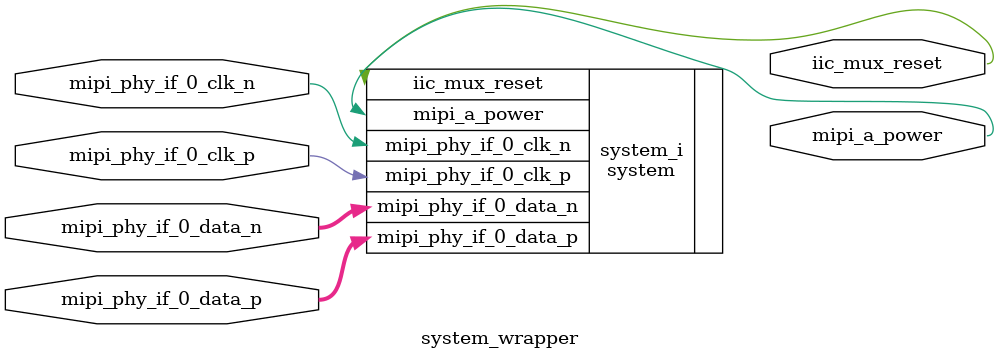
<source format=v>
`timescale 1 ps / 1 ps

module system_wrapper
   (iic_mux_reset,
    mipi_a_power,
    mipi_phy_if_0_clk_n,
    mipi_phy_if_0_clk_p,
    mipi_phy_if_0_data_n,
    mipi_phy_if_0_data_p);
  output [0:0]iic_mux_reset;
  output [0:0]mipi_a_power;
  input mipi_phy_if_0_clk_n;
  input mipi_phy_if_0_clk_p;
  input [1:0]mipi_phy_if_0_data_n;
  input [1:0]mipi_phy_if_0_data_p;

  wire [0:0]iic_mux_reset;
  wire [0:0]mipi_a_power;
  wire mipi_phy_if_0_clk_n;
  wire mipi_phy_if_0_clk_p;
  wire [1:0]mipi_phy_if_0_data_n;
  wire [1:0]mipi_phy_if_0_data_p;

  system system_i
       (.iic_mux_reset(iic_mux_reset),
        .mipi_a_power(mipi_a_power),
        .mipi_phy_if_0_clk_n(mipi_phy_if_0_clk_n),
        .mipi_phy_if_0_clk_p(mipi_phy_if_0_clk_p),
        .mipi_phy_if_0_data_n(mipi_phy_if_0_data_n),
        .mipi_phy_if_0_data_p(mipi_phy_if_0_data_p));
endmodule

</source>
